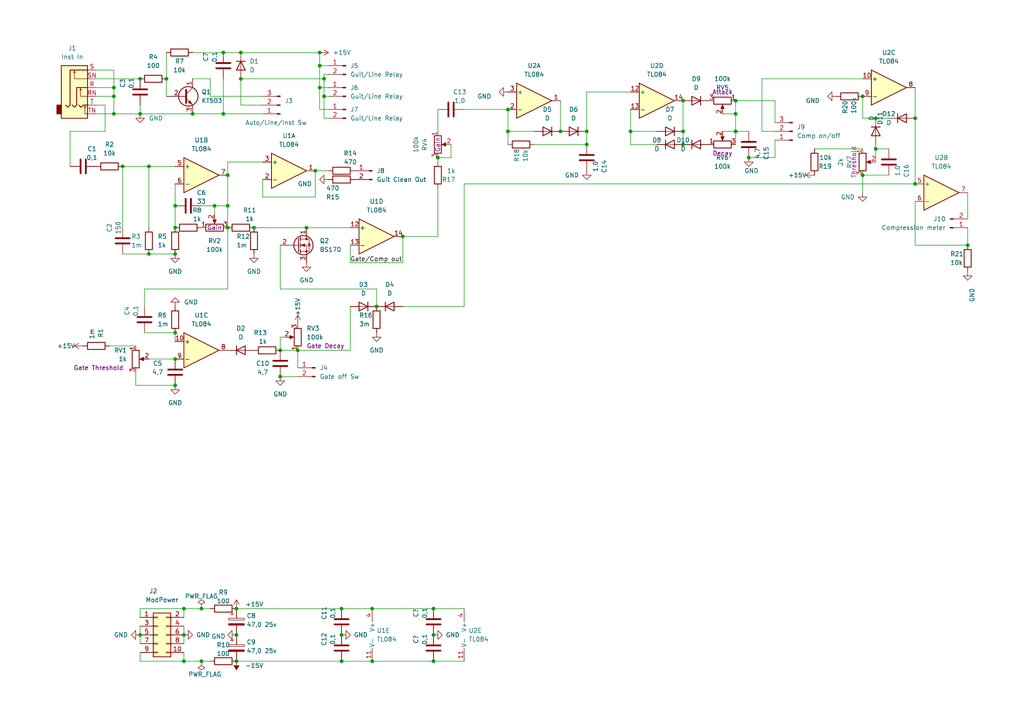
<source format=kicad_sch>
(kicad_sch (version 20211123) (generator eeschema)
  (paper "A4")
  (lib_symbols
    (symbol "Amplifier_Operational:TL084" (pin_names (offset 0.127))
      (property "Reference" "U" (at 0 5.08 0))
      (property "Value" "TL084" (at 0 -5.08 0))
      (symbol "TL084_1_1"
        (polyline (pts (xy -5.08 5.08) (xy 5.08 0) (xy -5.08 -5.08) (xy -5.08 5.08)) (stroke (width 0.254)) (fill (type background)))
        (pin output line (at 7.62 0 180) (length 2.54) (name "~") (number "1"))
        (pin input line (at -7.62 -2.54 0) (length 2.54) (name "-") (number "2"))
        (pin input line (at -7.62 2.54 0) (length 2.54) (name "+") (number "3"))
      )
      (symbol "TL084_2_1"
        (polyline (pts (xy -5.08 5.08) (xy 5.08 0) (xy -5.08 -5.08) (xy -5.08 5.08)) (stroke (width 0.254)) (fill (type background)))
        (pin input line (at -7.62 2.54 0) (length 2.54) (name "+") (number "5"))
        (pin input line (at -7.62 -2.54 0) (length 2.54) (name "-") (number "6"))
        (pin output line (at 7.62 0 180) (length 2.54) (name "~") (number "7"))
      )
      (symbol "TL084_3_1"
        (polyline (pts (xy -5.08 5.08) (xy 5.08 0) (xy -5.08 -5.08) (xy -5.08 5.08)) (stroke (width 0.254)) (fill (type background)))
        (pin input line (at -7.62 2.54 0) (length 2.54) (name "+") (number "10"))
        (pin output line (at 7.62 0 180) (length 2.54) (name "~") (number "8"))
        (pin input line (at -7.62 -2.54 0) (length 2.54) (name "-") (number "9"))
      )
      (symbol "TL084_4_1"
        (polyline (pts (xy -5.08 5.08) (xy 5.08 0) (xy -5.08 -5.08) (xy -5.08 5.08)) (stroke (width 0.254)) (fill (type background)))
        (pin input line (at -7.62 2.54 0) (length 2.54) (name "+") (number "12"))
        (pin input line (at -7.62 -2.54 0) (length 2.54) (name "-") (number "13"))
        (pin output line (at 7.62 0 180) (length 2.54) (name "~") (number "14"))
      )
      (symbol "TL084_5_1"
        (pin power_in line (at -2.54 -7.62 90) (length 3.81) (name "V-") (number "11"))
        (pin power_in line (at -2.54 7.62 270) (length 3.81) (name "V+") (number "4"))
      )
    )
    (symbol "Connector:AudioJack3_Switch"
      (property "Reference" "J" (at 0 11.43 0))
      (property "Value" "AudioJack3_Switch" (at 0 8.89 0))
      (symbol "AudioJack3_Switch_0_1"
        (rectangle (start -5.08 -5.08) (end -6.35 -7.62) (stroke (width 0.254)) (fill (type outline)))
        (polyline (pts (xy -1.27 4.826) (xy -1.016 4.318)))
        (polyline (pts (xy 0.508 -0.254) (xy 0.762 -0.762)))
        (polyline (pts (xy 1.778 -5.334) (xy 2.032 -5.842)))
        (polyline (pts (xy 0 -5.08) (xy 0.635 -5.715) (xy 1.27 -5.08) (xy 2.54 -5.08)) (stroke (width 0.254)))
        (polyline (pts (xy 2.54 -7.62) (xy 1.778 -7.62) (xy 1.778 -5.334) (xy 1.524 -5.842)))
        (polyline (pts (xy 2.54 -2.54) (xy 0.508 -2.54) (xy 0.508 -0.254) (xy 0.254 -0.762)))
        (polyline (pts (xy 2.54 2.54) (xy -1.27 2.54) (xy -1.27 4.826) (xy -1.524 4.318)))
        (polyline (pts (xy -1.905 -5.08) (xy -1.27 -5.715) (xy -0.635 -5.08) (xy -0.635 0) (xy 2.54 0)) (stroke (width 0.254)))
        (polyline (pts (xy 2.54 5.08) (xy -2.54 5.08) (xy -2.54 -5.08) (xy -3.175 -5.715) (xy -3.81 -5.08)) (stroke (width 0.254)))
        (rectangle (start 2.54 6.35) (end -5.08 -8.89) (stroke (width 0.254)) (fill (type background)))
      )
      (symbol "AudioJack3_Switch_1_1"
        (pin passive line (at 5.08 0 180) (length 2.54) (name "~") (number "R"))
        (pin passive line (at 5.08 -2.54 180) (length 2.54) (name "~") (number "RN"))
        (pin passive line (at 5.08 5.08 180) (length 2.54) (name "~") (number "S"))
        (pin passive line (at 5.08 2.54 180) (length 2.54) (name "~") (number "SN"))
        (pin passive line (at 5.08 -5.08 180) (length 2.54) (name "~") (number "T"))
        (pin passive line (at 5.08 -7.62 180) (length 2.54) (name "~") (number "TN"))
      )
    )
    (symbol "Connector:Conn_01x02_Male" (pin_names (offset 1.016) hide)
      (property "Reference" "J" (at 0 2.54 0))
      (property "Value" "Conn_01x02_Male" (at 0 -5.08 0))
      (symbol "Conn_01x02_Male_1_1"
        (polyline (pts (xy 1.27 -2.54) (xy 0.8636 -2.54)) (stroke (width 0.1524)))
        (polyline (pts (xy 1.27 0) (xy 0.8636 0)) (stroke (width 0.1524)))
        (rectangle (start 0.8636 -2.413) (end 0 -2.667) (stroke (width 0.1524)) (fill (type outline)))
        (rectangle (start 0.8636 0.127) (end 0 -0.127) (stroke (width 0.1524)) (fill (type outline)))
        (pin passive line (at 5.08 0 180) (length 3.81) (name "Pin_1") (number "1"))
        (pin passive line (at 5.08 -2.54 180) (length 3.81) (name "Pin_2") (number "2"))
      )
    )
    (symbol "Connector:Conn_01x03_Male" (pin_names (offset 1.016) hide)
      (property "Reference" "J" (at 0 5.08 0))
      (property "Value" "Conn_01x03_Male" (at 0 -5.08 0))
      (symbol "Conn_01x03_Male_1_1"
        (polyline (pts (xy 1.27 -2.54) (xy 0.8636 -2.54)) (stroke (width 0.1524)))
        (polyline (pts (xy 1.27 0) (xy 0.8636 0)) (stroke (width 0.1524)))
        (polyline (pts (xy 1.27 2.54) (xy 0.8636 2.54)) (stroke (width 0.1524)))
        (rectangle (start 0.8636 -2.413) (end 0 -2.667) (stroke (width 0.1524)) (fill (type outline)))
        (rectangle (start 0.8636 0.127) (end 0 -0.127) (stroke (width 0.1524)) (fill (type outline)))
        (rectangle (start 0.8636 2.667) (end 0 2.413) (stroke (width 0.1524)) (fill (type outline)))
        (pin passive line (at 5.08 2.54 180) (length 3.81) (name "Pin_1") (number "1"))
        (pin passive line (at 5.08 0 180) (length 3.81) (name "Pin_2") (number "2"))
        (pin passive line (at 5.08 -2.54 180) (length 3.81) (name "Pin_3") (number "3"))
      )
    )
    (symbol "Connector_Generic:Conn_02x05_Odd_Even" (pin_names (offset 1.016) hide)
      (property "Reference" "J" (at 1.27 7.62 0))
      (property "Value" "Conn_02x05_Odd_Even" (at 1.27 -7.62 0))
      (symbol "Conn_02x05_Odd_Even_1_1"
        (rectangle (start -1.27 -4.953) (end 0 -5.207) (stroke (width 0.1524)))
        (rectangle (start -1.27 -2.413) (end 0 -2.667) (stroke (width 0.1524)))
        (rectangle (start -1.27 0.127) (end 0 -0.127) (stroke (width 0.1524)))
        (rectangle (start -1.27 2.667) (end 0 2.413) (stroke (width 0.1524)))
        (rectangle (start -1.27 5.207) (end 0 4.953) (stroke (width 0.1524)))
        (rectangle (start -1.27 6.35) (end 3.81 -6.35) (stroke (width 0.254)) (fill (type background)))
        (rectangle (start 3.81 -4.953) (end 2.54 -5.207) (stroke (width 0.1524)))
        (rectangle (start 3.81 -2.413) (end 2.54 -2.667) (stroke (width 0.1524)))
        (rectangle (start 3.81 0.127) (end 2.54 -0.127) (stroke (width 0.1524)))
        (rectangle (start 3.81 2.667) (end 2.54 2.413) (stroke (width 0.1524)))
        (rectangle (start 3.81 5.207) (end 2.54 4.953) (stroke (width 0.1524)))
        (pin passive line (at -5.08 5.08 0) (length 3.81) (name "Pin_1") (number "1"))
        (pin passive line (at 7.62 -5.08 180) (length 3.81) (name "Pin_10") (number "10"))
        (pin passive line (at 7.62 5.08 180) (length 3.81) (name "Pin_2") (number "2"))
        (pin passive line (at -5.08 2.54 0) (length 3.81) (name "Pin_3") (number "3"))
        (pin passive line (at 7.62 2.54 180) (length 3.81) (name "Pin_4") (number "4"))
        (pin passive line (at -5.08 0 0) (length 3.81) (name "Pin_5") (number "5"))
        (pin passive line (at 7.62 0 180) (length 3.81) (name "Pin_6") (number "6"))
        (pin passive line (at -5.08 -2.54 0) (length 3.81) (name "Pin_7") (number "7"))
        (pin passive line (at 7.62 -2.54 180) (length 3.81) (name "Pin_8") (number "8"))
        (pin passive line (at -5.08 -5.08 0) (length 3.81) (name "Pin_9") (number "9"))
      )
    )
    (symbol "Device:C" (pin_numbers hide) (pin_names (offset 0.254))
      (property "Reference" "C" (at 0.635 2.54 0))
      (property "Value" "C" (at 0.635 -2.54 0))
      (symbol "C_0_1"
        (polyline (pts (xy -2.032 -0.762) (xy 2.032 -0.762)) (stroke (width 0.508)))
        (polyline (pts (xy -2.032 0.762) (xy 2.032 0.762)) (stroke (width 0.508)))
      )
      (symbol "C_1_1"
        (pin passive line (at 0 3.81 270) (length 2.794) (name "~") (number "1"))
        (pin passive line (at 0 -3.81 90) (length 2.794) (name "~") (number "2"))
      )
    )
    (symbol "Device:C_Polarized" (pin_numbers hide) (pin_names (offset 0.254))
      (property "Reference" "C" (at 0.635 2.54 0))
      (property "Value" "C_Polarized" (at 0.635 -2.54 0))
      (symbol "C_Polarized_0_1"
        (rectangle (start -2.286 0.508) (end 2.286 1.016))
        (polyline (pts (xy -1.778 2.286) (xy -0.762 2.286)))
        (polyline (pts (xy -1.27 2.794) (xy -1.27 1.778)))
        (rectangle (start 2.286 -0.508) (end -2.286 -1.016) (fill (type outline)))
      )
      (symbol "C_Polarized_1_1"
        (pin passive line (at 0 3.81 270) (length 2.794) (name "~") (number "1"))
        (pin passive line (at 0 -3.81 90) (length 2.794) (name "~") (number "2"))
      )
    )
    (symbol "Device:D" (pin_numbers hide) (pin_names (offset 1.016) hide)
      (property "Reference" "D" (at 0 2.54 0))
      (property "Value" "D" (at 0 -2.54 0))
      (symbol "D_0_1"
        (polyline (pts (xy -1.27 1.27) (xy -1.27 -1.27)) (stroke (width 0.254)))
        (polyline (pts (xy 1.27 0) (xy -1.27 0)))
        (polyline (pts (xy 1.27 1.27) (xy 1.27 -1.27) (xy -1.27 0) (xy 1.27 1.27)) (stroke (width 0.254)))
      )
      (symbol "D_1_1"
        (pin passive line (at -3.81 0 0) (length 2.54) (name "K") (number "1"))
        (pin passive line (at 3.81 0 180) (length 2.54) (name "A") (number "2"))
      )
    )
    (symbol "Device:Q_NPN_CBE" (pin_names (offset 0) hide)
      (property "Reference" "Q" (at 5.08 1.27 0))
      (property "Value" "Q_NPN_CBE" (at 5.08 -1.27 0))
      (symbol "Q_NPN_CBE_0_1"
        (polyline (pts (xy 0.635 0.635) (xy 2.54 2.54)))
        (polyline (pts (xy 0.635 -0.635) (xy 2.54 -2.54) (xy 2.54 -2.54)))
        (polyline (pts (xy 0.635 1.905) (xy 0.635 -1.905) (xy 0.635 -1.905)) (stroke (width 0.508)))
        (polyline (pts (xy 1.27 -1.778) (xy 1.778 -1.27) (xy 2.286 -2.286) (xy 1.27 -1.778) (xy 1.27 -1.778)) (fill (type outline)))
        (circle (center 1.27 0) (radius 2.8194) (stroke (width 0.254)))
      )
      (symbol "Q_NPN_CBE_1_1"
        (pin passive line (at 2.54 5.08 270) (length 2.54) (name "C") (number "1"))
        (pin input line (at -5.08 0 0) (length 5.715) (name "B") (number "2"))
        (pin passive line (at 2.54 -5.08 90) (length 2.54) (name "E") (number "3"))
      )
    )
    (symbol "Device:R" (pin_numbers hide) (pin_names (offset 0))
      (property "Reference" "R" (at 2.032 0 90))
      (property "Value" "R" (at 0 0 90))
      (symbol "R_0_1"
        (rectangle (start -1.016 -2.54) (end 1.016 2.54) (stroke (width 0.254)))
      )
      (symbol "R_1_1"
        (pin passive line (at 0 3.81 270) (length 1.27) (name "~") (number "1"))
        (pin passive line (at 0 -3.81 90) (length 1.27) (name "~") (number "2"))
      )
    )
    (symbol "Device:R_Potentiometer" (pin_names (offset 1.016) hide)
      (property "Reference" "RV" (at -4.445 0 90))
      (property "Value" "R_Potentiometer" (at -2.54 0 90))
      (symbol "R_Potentiometer_0_1"
        (polyline (pts (xy 2.54 0) (xy 1.524 0)))
        (polyline (pts (xy 1.143 0) (xy 2.286 0.508) (xy 2.286 -0.508) (xy 1.143 0)) (fill (type outline)))
        (rectangle (start 1.016 2.54) (end -1.016 -2.54) (stroke (width 0.254)))
      )
      (symbol "R_Potentiometer_1_1"
        (pin passive line (at 0 3.81 270) (length 1.27) (name "1") (number "1"))
        (pin passive line (at 3.81 0 180) (length 1.27) (name "2") (number "2"))
        (pin passive line (at 0 -3.81 90) (length 1.27) (name "3") (number "3"))
      )
    )
    (symbol "Transistor_FET:BS170" (pin_names hide)
      (property "Reference" "Q" (at 5.08 1.905 0))
      (property "Value" "BS170" (at 5.08 0 0))
      (symbol "BS170_0_1"
        (polyline (pts (xy 0.254 0) (xy -2.54 0)))
        (polyline (pts (xy 0.254 1.905) (xy 0.254 -1.905)) (stroke (width 0.254)))
        (polyline (pts (xy 0.762 -1.27) (xy 0.762 -2.286)) (stroke (width 0.254)))
        (polyline (pts (xy 0.762 0.508) (xy 0.762 -0.508)) (stroke (width 0.254)))
        (polyline (pts (xy 0.762 2.286) (xy 0.762 1.27)) (stroke (width 0.254)))
        (polyline (pts (xy 2.54 2.54) (xy 2.54 1.778)))
        (polyline (pts (xy 2.54 -2.54) (xy 2.54 0) (xy 0.762 0)))
        (polyline (pts (xy 0.762 -1.778) (xy 3.302 -1.778) (xy 3.302 1.778) (xy 0.762 1.778)))
        (polyline (pts (xy 1.016 0) (xy 2.032 0.381) (xy 2.032 -0.381) (xy 1.016 0)) (fill (type outline)))
        (polyline (pts (xy 2.794 0.508) (xy 2.921 0.381) (xy 3.683 0.381) (xy 3.81 0.254)))
        (polyline (pts (xy 3.302 0.381) (xy 2.921 -0.254) (xy 3.683 -0.254) (xy 3.302 0.381)))
        (circle (center 1.651 0) (radius 2.794) (stroke (width 0.254)))
        (circle (center 2.54 -1.778) (radius 0.254) (fill (type outline)))
        (circle (center 2.54 1.778) (radius 0.254) (fill (type outline)))
      )
      (symbol "BS170_1_1"
        (pin passive line (at 2.54 5.08 270) (length 2.54) (name "D") (number "1"))
        (pin input line (at -5.08 0 0) (length 2.54) (name "G") (number "2"))
        (pin passive line (at 2.54 -5.08 90) (length 2.54) (name "S") (number "3"))
      )
    )
    (symbol "power:+15V" (power) (pin_names (offset 0))
      (property "Value" "+15V" (at 0 3.556 0))
      (symbol "+15V_0_1"
        (polyline (pts (xy -0.762 1.27) (xy 0 2.54)))
        (polyline (pts (xy 0 0) (xy 0 2.54)))
        (polyline (pts (xy 0 2.54) (xy 0.762 1.27)))
      )
      (symbol "+15V_1_1"
        (pin power_in line (at 0 0 90) (length 0) hide (name "+15V") (number "1"))
      )
    )
    (symbol "power:-15V" (power) (pin_names (offset 0))
      (property "Value" "-15V" (at 0 3.81 0))
      (symbol "-15V_0_0"
        (pin power_in line (at 0 0 90) (length 0) hide (name "-15V") (number "1"))
      )
      (symbol "-15V_0_1"
        (polyline (pts (xy 0 0) (xy 0 1.27) (xy 0.762 1.27) (xy 0 2.54) (xy -0.762 1.27) (xy 0 1.27)) (fill (type outline)))
      )
    )
    (symbol "power:GND" (power) (pin_names (offset 0))
      (property "Value" "GND" (at 0 -3.81 0))
      (symbol "GND_0_1"
        (polyline (pts (xy 0 0) (xy 0 -1.27) (xy 1.27 -1.27) (xy 0 -2.54) (xy -1.27 -1.27) (xy 0 -1.27)))
      )
      (symbol "GND_1_1"
        (pin power_in line (at 0 0 270) (length 0) hide (name "GND") (number "1"))
      )
    )
    (symbol "power:PWR_FLAG" (power) (pin_numbers hide) (pin_names (offset 0) hide)
      (property "Value" "PWR_FLAG" (at 0 3.81 0))
      (symbol "PWR_FLAG_0_0"
        (pin power_out line (at 0 0 90) (length 0) (name "pwr") (number "1"))
      )
      (symbol "PWR_FLAG_0_1"
        (polyline (pts (xy 0 0) (xy 0 1.27) (xy -1.016 1.905) (xy 0 2.54) (xy 1.016 1.905) (xy 0 1.27)))
      )
    )
  )
  (junction (at 50.8 73.66))
  (junction (at 43.18 73.66))
  (junction (at 217.17 45.72))
  (junction (at 170.18 38.1))
  (junction (at 125.73 191.77))
  (junction (at 99.06 176.53))
  (junction (at 213.36 33.02))
  (junction (at 86.36 101.6))
  (junction (at 55.88 33.02))
  (junction (at 107.95 191.77))
  (junction (at 81.28 101.6))
  (junction (at 109.22 88.9))
  (junction (at 91.44 49.53))
  (junction (at 93.98 22.86))
  (junction (at 58.42 176.53))
  (junction (at 254 43.18))
  (junction (at 68.58 184.15))
  (junction (at 43.18 48.26))
  (junction (at 170.18 41.91))
  (junction (at 92.71 15.24))
  (junction (at 280.67 71.12))
  (junction (at 53.34 176.53))
  (junction (at 265.43 53.34))
  (junction (at 92.71 19.05))
  (junction (at 62.23 59.69))
  (junction (at 88.9 66.04))
  (junction (at 66.04 66.04))
  (junction (at 254 34.29))
  (junction (at 50.8 104.14))
  (junction (at 73.66 66.04))
  (junction (at 198.12 38.1))
  (junction (at 250.19 50.8))
  (junction (at 53.34 184.15))
  (junction (at 182.88 38.1))
  (junction (at 33.02 33.02))
  (junction (at 116.84 68.58))
  (junction (at 198.12 41.91))
  (junction (at 40.64 22.86))
  (junction (at 48.26 22.86))
  (junction (at 53.34 191.77))
  (junction (at 93.98 27.94))
  (junction (at 265.43 34.29))
  (junction (at 125.73 184.15))
  (junction (at 147.32 38.1))
  (junction (at 50.8 96.52))
  (junction (at 81.28 109.22))
  (junction (at 33.02 25.4))
  (junction (at 127 45.72))
  (junction (at 99.06 191.77))
  (junction (at 198.12 29.21))
  (junction (at 213.36 38.1))
  (junction (at 69.85 15.24))
  (junction (at 35.56 48.26))
  (junction (at 162.56 38.1))
  (junction (at 50.8 111.76))
  (junction (at 92.71 25.4))
  (junction (at 66.04 59.69))
  (junction (at 50.8 59.69))
  (junction (at 147.32 31.75))
  (junction (at 66.04 50.8))
  (junction (at 58.42 191.77))
  (junction (at 213.36 29.21))
  (junction (at 33.02 27.94))
  (junction (at 64.77 15.24))
  (junction (at 99.06 184.15))
  (junction (at 68.58 176.53))
  (junction (at 68.58 191.77))
  (junction (at 40.64 184.15))
  (junction (at 40.64 33.02))
  (junction (at 107.95 176.53))
  (junction (at 69.85 22.86))
  (junction (at 125.73 176.53))
  (junction (at 250.19 27.94))
  (junction (at 64.77 33.02))
  (junction (at 50.8 66.04))
  (wire (pts (xy 40.64 181.61) (xy 40.64 184.15)))
  (wire (pts (xy 198.12 38.1) (xy 198.12 41.91)))
  (wire (pts (xy 213.36 33.02) (xy 213.36 38.1)))
  (wire (pts (xy 280.67 66.04) (xy 280.67 71.12)))
  (wire (pts (xy 81.28 71.12) (xy 81.28 83.82)))
  (wire (pts (xy 220.98 22.86) (xy 250.19 22.86)))
  (wire (pts (xy 209.55 38.1) (xy 213.36 38.1)))
  (wire (pts (xy 134.62 31.75) (xy 147.32 31.75)))
  (wire (pts (xy 109.22 83.82) (xy 109.22 88.9)))
  (wire (pts (xy 127 31.75) (xy 127 38.1)))
  (wire (pts (xy 40.64 176.53) (xy 53.34 176.53)))
  (wire (pts (xy 93.98 27.94) (xy 95.25 27.94)))
  (wire (pts (xy 101.6 71.12) (xy 101.6 76.2)))
  (wire (pts (xy 30.48 30.48) (xy 27.94 30.48)))
  (wire (pts (xy 92.71 31.75) (xy 92.71 25.4)))
  (wire (pts (xy 95.25 21.59) (xy 93.98 21.59)))
  (wire (pts (xy 53.34 176.53) (xy 53.34 179.07)))
  (wire (pts (xy 66.04 83.82) (xy 66.04 66.04)))
  (wire (pts (xy 62.23 59.69) (xy 66.04 59.69)))
  (wire (pts (xy 39.37 111.76) (xy 50.8 111.76)))
  (wire (pts (xy 134.62 88.9) (xy 134.62 53.34)))
  (wire (pts (xy 64.77 22.86) (xy 64.77 33.02)))
  (wire (pts (xy 182.88 38.1) (xy 182.88 31.75)))
  (wire (pts (xy 95.25 31.75) (xy 92.71 31.75)))
  (wire (pts (xy 27.94 22.86) (xy 40.64 22.86)))
  (wire (pts (xy 101.6 76.2) (xy 116.84 76.2)))
  (wire (pts (xy 69.85 30.48) (xy 69.85 22.86)))
  (wire (pts (xy 224.79 45.72) (xy 217.17 45.72)))
  (wire (pts (xy 86.36 106.68) (xy 86.36 101.6)))
  (wire (pts (xy 182.88 26.67) (xy 170.18 26.67)))
  (wire (pts (xy 50.8 96.52) (xy 50.8 99.06)))
  (wire (pts (xy 82.55 97.79) (xy 81.28 97.79)))
  (wire (pts (xy 92.71 25.4) (xy 95.25 25.4)))
  (wire (pts (xy 107.95 176.53) (xy 99.06 176.53)))
  (wire (pts (xy 66.04 59.69) (xy 66.04 66.04)))
  (wire (pts (xy 33.02 33.02) (xy 33.02 27.94)))
  (wire (pts (xy 95.25 34.29) (xy 93.98 34.29)))
  (wire (pts (xy 58.42 176.53) (xy 60.96 176.53)))
  (wire (pts (xy 66.04 50.8) (xy 66.04 59.69)))
  (wire (pts (xy 58.42 59.69) (xy 62.23 59.69)))
  (wire (pts (xy 182.88 41.91) (xy 182.88 38.1)))
  (wire (pts (xy 64.77 15.24) (xy 69.85 15.24)))
  (wire (pts (xy 53.34 181.61) (xy 53.34 184.15)))
  (wire (pts (xy 147.32 31.75) (xy 147.32 38.1)))
  (wire (pts (xy 62.23 59.69) (xy 62.23 62.23)))
  (wire (pts (xy 27.94 20.32) (xy 33.02 20.32)))
  (wire (pts (xy 107.95 191.77) (xy 99.06 191.77)))
  (wire (pts (xy 130.81 41.91) (xy 130.81 45.72)))
  (wire (pts (xy 224.79 40.64) (xy 224.79 45.72)))
  (wire (pts (xy 20.32 38.1) (xy 30.48 38.1)))
  (wire (pts (xy 91.44 57.15) (xy 91.44 49.53)))
  (wire (pts (xy 55.88 33.02) (xy 64.77 33.02)))
  (wire (pts (xy 209.55 33.02) (xy 213.36 33.02)))
  (wire (pts (xy 20.32 48.26) (xy 20.32 38.1)))
  (wire (pts (xy 58.42 191.77) (xy 60.96 191.77)))
  (wire (pts (xy 224.79 29.21) (xy 213.36 29.21)))
  (wire (pts (xy 236.22 43.18) (xy 250.19 43.18)))
  (wire (pts (xy 66.04 46.99) (xy 66.04 50.8)))
  (wire (pts (xy 81.28 109.22) (xy 86.36 109.22)))
  (wire (pts (xy 170.18 26.67) (xy 170.18 38.1)))
  (wire (pts (xy 35.56 66.04) (xy 35.56 48.26)))
  (wire (pts (xy 53.34 191.77) (xy 53.34 189.23)))
  (wire (pts (xy 127 68.58) (xy 116.84 68.58)))
  (wire (pts (xy 55.88 15.24) (xy 64.77 15.24)))
  (wire (pts (xy 86.36 101.6) (xy 81.28 101.6)))
  (wire (pts (xy 280.67 55.88) (xy 280.67 63.5)))
  (wire (pts (xy 265.43 34.29) (xy 265.43 53.34)))
  (wire (pts (xy 213.36 29.21) (xy 213.36 33.02)))
  (wire (pts (xy 31.75 100.33) (xy 39.37 100.33)))
  (wire (pts (xy 50.8 53.34) (xy 50.8 59.69)))
  (wire (pts (xy 265.43 58.42) (xy 265.43 71.12)))
  (wire (pts (xy 254 41.91) (xy 254 43.18)))
  (wire (pts (xy 33.02 27.94) (xy 33.02 25.4)))
  (wire (pts (xy 68.58 176.53) (xy 99.06 176.53)))
  (wire (pts (xy 43.18 48.26) (xy 50.8 48.26)))
  (wire (pts (xy 254 34.29) (xy 250.19 34.29)))
  (wire (pts (xy 76.2 30.48) (xy 69.85 30.48)))
  (wire (pts (xy 40.64 189.23) (xy 40.64 191.77)))
  (wire (pts (xy 265.43 25.4) (xy 265.43 34.29)))
  (wire (pts (xy 254 43.18) (xy 257.81 43.18)))
  (wire (pts (xy 69.85 15.24) (xy 92.71 15.24)))
  (wire (pts (xy 43.18 104.14) (xy 50.8 104.14)))
  (wire (pts (xy 107.95 191.77) (xy 125.73 191.77)))
  (wire (pts (xy 125.73 176.53) (xy 134.62 176.53)))
  (wire (pts (xy 40.64 30.48) (xy 40.64 33.02)))
  (wire (pts (xy 190.5 38.1) (xy 182.88 38.1)))
  (wire (pts (xy 40.64 33.02) (xy 55.88 33.02)))
  (wire (pts (xy 30.48 38.1) (xy 30.48 30.48)))
  (wire (pts (xy 50.8 59.69) (xy 50.8 66.04)))
  (wire (pts (xy 64.77 33.02) (xy 76.2 33.02)))
  (wire (pts (xy 76.2 52.07) (xy 76.2 57.15)))
  (wire (pts (xy 147.32 38.1) (xy 154.94 38.1)))
  (wire (pts (xy 127 54.61) (xy 127 68.58)))
  (wire (pts (xy 48.26 15.24) (xy 48.26 22.86)))
  (wire (pts (xy 76.2 27.94) (xy 60.96 27.94)))
  (wire (pts (xy 250.19 34.29) (xy 250.19 27.94)))
  (wire (pts (xy 162.56 29.21) (xy 162.56 38.1)))
  (wire (pts (xy 125.73 191.77) (xy 134.62 191.77)))
  (wire (pts (xy 101.6 101.6) (xy 86.36 101.6)))
  (wire (pts (xy 60.96 22.86) (xy 55.88 22.86)))
  (wire (pts (xy 40.64 179.07) (xy 40.64 176.53)))
  (wire (pts (xy 88.9 66.04) (xy 101.6 66.04)))
  (wire (pts (xy 35.56 73.66) (xy 43.18 73.66)))
  (wire (pts (xy 91.44 49.53) (xy 95.25 49.53)))
  (wire (pts (xy 33.02 25.4) (xy 33.02 20.32)))
  (wire (pts (xy 73.66 66.04) (xy 88.9 66.04)))
  (wire (pts (xy 170.18 41.91) (xy 170.18 38.1)))
  (wire (pts (xy 39.37 107.95) (xy 39.37 111.76)))
  (wire (pts (xy 127 45.72) (xy 127 46.99)))
  (wire (pts (xy 254 43.18) (xy 254 46.99)))
  (wire (pts (xy 154.94 41.91) (xy 170.18 41.91)))
  (wire (pts (xy 43.18 66.04) (xy 43.18 48.26)))
  (wire (pts (xy 250.19 50.8) (xy 257.81 50.8)))
  (wire (pts (xy 76.2 57.15) (xy 91.44 57.15)))
  (wire (pts (xy 213.36 38.1) (xy 217.17 38.1)))
  (wire (pts (xy 53.34 191.77) (xy 58.42 191.77)))
  (wire (pts (xy 40.64 33.02) (xy 33.02 33.02)))
  (wire (pts (xy 198.12 29.21) (xy 198.12 38.1)))
  (wire (pts (xy 101.6 88.9) (xy 101.6 101.6)))
  (wire (pts (xy 27.94 25.4) (xy 33.02 25.4)))
  (wire (pts (xy 76.2 46.99) (xy 66.04 46.99)))
  (wire (pts (xy 147.32 38.1) (xy 147.32 41.91)))
  (wire (pts (xy 40.64 191.77) (xy 53.34 191.77)))
  (wire (pts (xy 60.96 27.94) (xy 60.96 22.86)))
  (wire (pts (xy 41.91 88.9) (xy 41.91 83.82)))
  (wire (pts (xy 68.58 191.77) (xy 99.06 191.77)))
  (wire (pts (xy 41.91 83.82) (xy 66.04 83.82)))
  (wire (pts (xy 40.64 184.15) (xy 40.64 186.69)))
  (wire (pts (xy 27.94 33.02) (xy 33.02 33.02)))
  (wire (pts (xy 93.98 22.86) (xy 93.98 27.94)))
  (wire (pts (xy 53.34 176.53) (xy 58.42 176.53)))
  (wire (pts (xy 92.71 15.24) (xy 92.71 19.05)))
  (wire (pts (xy 35.56 48.26) (xy 43.18 48.26)))
  (wire (pts (xy 220.98 38.1) (xy 220.98 22.86)))
  (wire (pts (xy 93.98 21.59) (xy 93.98 22.86)))
  (wire (pts (xy 41.91 96.52) (xy 50.8 96.52)))
  (wire (pts (xy 81.28 83.82) (xy 109.22 83.82)))
  (wire (pts (xy 93.98 34.29) (xy 93.98 27.94)))
  (wire (pts (xy 69.85 22.86) (xy 93.98 22.86)))
  (wire (pts (xy 116.84 88.9) (xy 134.62 88.9)))
  (wire (pts (xy 130.81 45.72) (xy 127 45.72)))
  (wire (pts (xy 53.34 184.15) (xy 53.34 186.69)))
  (wire (pts (xy 224.79 35.56) (xy 224.79 29.21)))
  (wire (pts (xy 48.26 22.86) (xy 48.26 27.94)))
  (wire (pts (xy 190.5 41.91) (xy 182.88 41.91)))
  (wire (pts (xy 95.25 19.05) (xy 92.71 19.05)))
  (wire (pts (xy 107.95 176.53) (xy 125.73 176.53)))
  (wire (pts (xy 27.94 27.94) (xy 33.02 27.94)))
  (wire (pts (xy 265.43 71.12) (xy 280.67 71.12)))
  (wire (pts (xy 213.36 38.1) (xy 213.36 41.91)))
  (wire (pts (xy 92.71 19.05) (xy 92.71 25.4)))
  (wire (pts (xy 250.19 50.8) (xy 250.19 55.88)))
  (wire (pts (xy 257.81 34.29) (xy 254 34.29)))
  (wire (pts (xy 81.28 97.79) (xy 81.28 101.6)))
  (wire (pts (xy 116.84 76.2) (xy 116.84 68.58)))
  (wire (pts (xy 134.62 53.34) (xy 265.43 53.34)))
  (wire (pts (xy 224.79 38.1) (xy 220.98 38.1)))
  (wire (pts (xy 43.18 73.66) (xy 50.8 73.66)))
  (label "Gate{slash}Comp out" (at 101.6 76.2 0))
  (symbol (lib_id "Device:C_Polarized") (at 68.58 180.34 0) (unit 1)
    (property "Reference" "C8" (at 71.501 178.6163 0) (effects (justify left)))
    (property "Value" "47,0 25v" (at 71.501 181.1532 0) (effects (justify left)))
    (property "Footprint" "Capacitor_THT:CP_Radial_D5.0mm_P2.50mm" (effects hide))
  )
  (symbol (lib_id "Device:C") (at 99.06 180.34 180) (unit 1)
    (property "Reference" "C11" (at 93.98 177.8 90))
    (property "Value" "0,1" (at 96.52 177.8 90))
  )
  (symbol (lib_id "Device:R") (at 50.8 92.71 0) (unit 1)
    (property "Reference" "R6" (at 45.72 91.44 0) (effects (justify left)))
    (property "Value" "1m" (at 45.72 93.98 0) (effects (justify left)))
  )
  (symbol (lib_id "power:GND") (at 170.18 49.53 0) (unit 1)
    (property "Reference" "#PWR020" (effects hide))
    (property "Value" "GND" (at 163.83 50.8 0) (effects (justify left)))
  )
  (symbol (lib_id "Amplifier_Operational:TL084") (at 154.94 29.21 0) (unit 1)
    (property "Reference" "U2" (at 154.94 19.05 0))
    (property "Value" "TL084" (at 154.94 21.59 0))
    (property "Datasheet" "http://www.ti.com/lit/ds/symlink/tl081.pdf" (effects hide))
  )
  (symbol (lib_id "Device:C") (at 64.77 19.05 180) (unit 1)
    (property "Reference" "C7" (at 59.69 16.51 90))
    (property "Value" "0,1" (at 62.23 16.51 90))
  )
  (symbol (lib_id "Device:C") (at 24.13 48.26 90) (unit 1)
    (property "Reference" "C1" (at 26.67 43.18 90))
    (property "Value" "0,1" (at 26.67 45.72 90))
  )
  (symbol (lib_id "power:GND") (at 88.9 76.2 0) (unit 1)
    (property "Reference" "#PWR014" (effects hide))
    (property "Value" "GND" (at 88.9 81.28 0))
  )
  (symbol (lib_id "power:+15V") (at 92.71 15.24 270) (unit 1)
    (property "Reference" "#PWR015" (effects hide))
    (property "Value" "+15V" (at 96.52 15.2399 90) (effects (justify left)))
  )
  (symbol (lib_id "Connector:Conn_01x02_Male") (at 107.95 49.53 0) (mirror y) (unit 1)
    (property "Reference" "J8" (at 109.22 49.5299 0) (effects (justify right)))
    (property "Value" "Guit Clean Out" (at 109.22 52.0699 0) (effects (justify right)))
  )
  (symbol (lib_id "Device:R") (at 73.66 69.85 0) (unit 1)
    (property "Reference" "R12" (at 68.58 68.58 0) (effects (justify left)))
    (property "Value" "1m" (at 68.58 71.12 0) (effects (justify left)))
  )
  (symbol (lib_id "Device:R_Potentiometer") (at 127 41.91 0) (unit 1)
    (property "Reference" "RV4" (at 123.19 41.91 90))
    (property "Value" "100k" (at 120.65 41.91 90))
    (property "Label" "Gain" (at 127 41.91 90))
  )
  (symbol (lib_id "Device:C") (at 257.81 46.99 0) (unit 1)
    (property "Reference" "C16" (at 262.89 49.53 90))
    (property "Value" "1,0" (at 260.35 49.53 90))
  )
  (symbol (lib_id "power:+15V") (at 68.58 176.53 0) (unit 1)
    (property "Reference" "#PWR08" (effects hide))
    (property "Value" "+15V" (at 71.12 175.2599 0) (effects (justify left)))
  )
  (symbol (lib_id "power:GND") (at 68.58 184.15 270) (unit 1)
    (property "Reference" "#PWR09" (effects hide))
    (property "Value" "GND" (at 65.4051 184.5838 90) (effects (justify right)))
  )
  (symbol (lib_id "Device:D") (at 261.62 34.29 0) (unit 1)
    (property "Reference" "D12" (at 257.81 33.02 0))
    (property "Value" "D" (at 257.81 35.56 0))
  )
  (symbol (lib_id "Device:C") (at 130.81 31.75 90) (unit 1)
    (property "Reference" "C13" (at 133.35 26.67 90))
    (property "Value" "1,0" (at 133.35 29.21 90))
  )
  (symbol (lib_id "power:PWR_FLAG") (at 58.42 176.53 0) (unit 1)
    (property "Reference" "#FLG01" (effects hide))
    (property "Value" "PWR_FLAG" (at 58.42 172.9542 0))
  )
  (symbol (lib_id "Device:R_Potentiometer") (at 62.23 66.04 90) (unit 1)
    (property "Reference" "RV2" (at 62.23 69.85 90))
    (property "Value" "100k" (at 62.23 72.39 90))
    (property "Label" "Gain" (at 62.23 66.04 90))
  )
  (symbol (lib_id "Amplifier_Operational:TL084") (at 257.81 25.4 0) (unit 3)
    (property "Reference" "U2" (at 257.81 15.24 0))
    (property "Value" "TL084" (at 257.81 17.78 0))
    (property "Datasheet" "http://www.ti.com/lit/ds/symlink/tl081.pdf" (effects hide))
  )
  (symbol (lib_id "Amplifier_Operational:TL084") (at 58.42 101.6 0) (unit 3)
    (property "Reference" "U1" (at 58.42 91.44 0))
    (property "Value" "TL084" (at 58.42 93.98 0))
    (property "Datasheet" "http://www.ti.com/lit/ds/symlink/tl081.pdf" (effects hide))
  )
  (symbol (lib_id "Amplifier_Operational:TL084") (at 273.05 55.88 0) (unit 2)
    (property "Reference" "U2" (at 273.05 45.72 0))
    (property "Value" "TL084" (at 273.05 48.26 0))
    (property "Datasheet" "http://www.ti.com/lit/ds/symlink/tl081.pdf" (effects hide))
  )
  (symbol (lib_id "Connector:AudioJack3_Switch") (at 22.86 25.4 0) (unit 1)
    (property "Reference" "J1" (at 20.955 13.97 0))
    (property "Value" "Inst In" (at 20.955 16.51 0))
    (property "Footprint" "Connector_Audio:Jack_6.35mm_Neutrik_NMJ6HCD2_Horizontal" (effects hide))
  )
  (symbol (lib_id "Device:C") (at 125.73 187.96 180) (unit 1)
    (property "Reference" "C?" (at 120.65 185.42 90))
    (property "Value" "0,1" (at 123.19 185.42 90))
  )
  (symbol (lib_id "power:GND") (at 53.34 184.15 90) (unit 1)
    (property "Reference" "#PWR07" (effects hide))
    (property "Value" "GND" (at 60.96 184.15 90) (effects (justify left)))
  )
  (symbol (lib_id "Amplifier_Operational:TL084") (at 109.22 68.58 0) (unit 4)
    (property "Reference" "U1" (at 109.22 58.42 0))
    (property "Value" "TL084" (at 109.22 60.96 0))
    (property "Datasheet" "http://www.ti.com/lit/ds/symlink/tl081.pdf" (effects hide))
  )
  (symbol (lib_id "Device:R") (at 54.61 66.04 90) (unit 1)
    (property "Reference" "R8" (at 57.15 60.96 90))
    (property "Value" "1k" (at 57.15 63.5 90))
  )
  (symbol (lib_id "Device:R") (at 69.85 66.04 90) (unit 1)
    (property "Reference" "R11" (at 72.39 60.96 90))
    (property "Value" "1k" (at 72.39 63.5 90))
  )
  (symbol (lib_id "Device:R") (at 50.8 69.85 0) (unit 1)
    (property "Reference" "R5" (at 45.72 68.58 0) (effects (justify left)))
    (property "Value" "1k" (at 45.72 71.12 0) (effects (justify left)))
  )
  (symbol (lib_id "Device:R_Potentiometer") (at 250.19 46.99 0) (unit 1)
    (property "Reference" "RV7" (at 246.38 46.99 90))
    (property "Value" "2k" (at 243.84 46.99 90))
    (property "Label" "Threshold" (at 247.65 46.99 90))
  )
  (symbol (lib_id "Device:C_Polarized") (at 68.58 187.96 0) (unit 1)
    (property "Reference" "C9" (at 71.501 186.2363 0) (effects (justify left)))
    (property "Value" "47,0 25v" (at 71.501 188.7732 0) (effects (justify left)))
    (property "Footprint" "Capacitor_THT:CP_Radial_D5.0mm_P2.50mm" (effects hide))
  )
  (symbol (lib_id "Device:R_Potentiometer") (at 209.55 41.91 90) (unit 1)
    (property "Reference" "RV6" (at 209.55 45.72 90))
    (property "Value" "100k" (at 209.55 48.26 90))
    (property "Label" "Decay" (at 209.55 44.45 90))
  )
  (symbol (lib_id "power:+15V") (at 86.36 93.98 0) (unit 1)
    (property "Reference" "#PWR013" (effects hide))
    (property "Value" "+15V" (at 86.36 86.36 90) (effects (justify right)))
  )
  (symbol (lib_id "power:GND") (at 125.73 184.15 90) (unit 1)
    (property "Reference" "#PWR?" (effects hide))
    (property "Value" "GND" (at 133.35 184.15 90) (effects (justify left)))
  )
  (symbol (lib_id "Device:D") (at 158.75 38.1 180) (unit 1)
    (property "Reference" "D5" (at 158.75 31.75 0))
    (property "Value" "D" (at 158.75 34.29 0))
  )
  (symbol (lib_id "Device:R") (at 246.38 27.94 90) (unit 1)
    (property "Reference" "R20" (at 245.11 33.02 0) (effects (justify left)))
    (property "Value" "100k" (at 247.65 33.02 0) (effects (justify left)))
  )
  (symbol (lib_id "power:GND") (at 50.8 73.66 0) (unit 1)
    (property "Reference" "#PWR04" (effects hide))
    (property "Value" "GND" (at 50.8 78.74 0))
  )
  (symbol (lib_id "Connector:Conn_01x02_Male") (at 100.33 31.75 0) (mirror y) (unit 1)
    (property "Reference" "J7" (at 101.6 31.7499 0) (effects (justify right)))
    (property "Value" "Guit/Line Relay" (at 101.6 34.2899 0) (effects (justify right)))
  )
  (symbol (lib_id "power:GND") (at 95.25 52.07 270) (unit 1)
    (property "Reference" "#PWR016" (effects hide))
    (property "Value" "GND" (at 86.36 53.34 90) (effects (justify left)))
  )
  (symbol (lib_id "Device:D") (at 201.93 41.91 0) (unit 1)
    (property "Reference" "D10" (at 198.12 40.64 0))
    (property "Value" "D" (at 198.12 43.18 0))
  )
  (symbol (lib_id "Connector:Conn_01x02_Male") (at 100.33 25.4 0) (mirror y) (unit 1)
    (property "Reference" "J6" (at 101.6 25.3999 0) (effects (justify right)))
    (property "Value" "Guit/Line Relay" (at 101.6 27.9399 0) (effects (justify right)))
  )
  (symbol (lib_id "power:GND") (at 50.8 88.9 180) (unit 1)
    (property "Reference" "#PWR05" (effects hide))
    (property "Value" "GND" (at 53.34 87.6299 0) (effects (justify right)))
  )
  (symbol (lib_id "Device:Q_NPN_CBE") (at 53.34 27.94 0) (unit 1)
    (property "Reference" "Q1" (at 58.42 26.6699 0) (effects (justify left)))
    (property "Value" "KT503" (at 58.42 29.2099 0) (effects (justify left)))
  )
  (symbol (lib_id "Device:C") (at 35.56 69.85 180) (unit 1)
    (property "Reference" "C2" (at 31.75 66.04 90))
    (property "Value" "150" (at 34.29 66.04 90))
  )
  (symbol (lib_id "Connector:Conn_01x02_Male") (at 100.33 19.05 0) (mirror y) (unit 1)
    (property "Reference" "J5" (at 101.6 19.0499 0) (effects (justify right)))
    (property "Value" "Guit/Line Relay" (at 101.6 21.5899 0) (effects (justify right)))
  )
  (symbol (lib_id "Device:R_Potentiometer") (at 39.37 104.14 0) (unit 1)
    (property "Reference" "RV1" (at 36.83 101.5999 0) (effects (justify right)))
    (property "Value" "1k" (at 36.83 104.1399 0) (effects (justify right)))
    (property "Label" "Gate Threshold " (at 36.83 106.6799 0) (effects (justify right)))
  )
  (symbol (lib_id "Device:C") (at 54.61 59.69 90) (unit 1)
    (property "Reference" "C6" (at 58.42 55.88 90))
    (property "Value" "33" (at 58.42 58.42 90))
  )
  (symbol (lib_id "Amplifier_Operational:TL084") (at 190.5 29.21 0) (unit 4)
    (property "Reference" "U2" (at 190.5 19.05 0))
    (property "Value" "TL084" (at 190.5 21.59 0))
    (property "Datasheet" "http://www.ti.com/lit/ds/symlink/tl081.pdf" (effects hide))
  )
  (symbol (lib_id "Connector:Conn_01x02_Male") (at 91.44 106.68 0) (mirror y) (unit 1)
    (property "Reference" "J4" (at 92.71 106.6799 0) (effects (justify right)))
    (property "Value" "Gate off Sw" (at 92.71 109.2199 0) (effects (justify right)))
  )
  (symbol (lib_id "Device:R") (at 52.07 15.24 90) (unit 1)
    (property "Reference" "R7" (at 52.07 17.78 90))
    (property "Value" "10k" (at 52.07 20.32 90))
  )
  (symbol (lib_id "Device:C") (at 81.28 105.41 180) (unit 1)
    (property "Reference" "C10" (at 76.2 105.41 0))
    (property "Value" "4,7" (at 76.2 107.95 0))
  )
  (symbol (lib_id "power:GND") (at 109.22 96.52 0) (unit 1)
    (property "Reference" "#PWR018" (effects hide))
    (property "Value" "GND" (at 109.22 101.6 0))
  )
  (symbol (lib_id "Device:R_Potentiometer") (at 209.55 29.21 270) (unit 1)
    (property "Reference" "RV5" (at 209.55 25.4 90))
    (property "Value" "100k" (at 209.55 22.86 90))
    (property "Label" "Attack" (at 209.55 26.67 90))
  )
  (symbol (lib_id "Device:R") (at 236.22 46.99 180) (unit 1)
    (property "Reference" "R19" (at 241.3 48.26 0) (effects (justify left)))
    (property "Value" "10k" (at 241.3 45.72 0) (effects (justify left)))
  )
  (symbol (lib_id "Device:R") (at 44.45 22.86 90) (unit 1)
    (property "Reference" "R4" (at 44.45 16.51 90))
    (property "Value" "100" (at 44.45 19.05 90))
  )
  (symbol (lib_id "Connector_Generic:Conn_02x05_Odd_Even") (at 45.72 184.15 0) (unit 1)
    (property "Reference" "J2" (at 44.45 171.45 0))
    (property "Value" "ModPower" (at 46.99 173.99 0))
    (property "Footprint" "Connector_PinHeader_2.54mm:PinHeader_2x05_P2.54mm_Vertical" (effects hide))
  )
  (symbol (lib_id "Device:C") (at 99.06 187.96 180) (unit 1)
    (property "Reference" "C12" (at 93.98 185.42 90))
    (property "Value" "0,1" (at 96.52 185.42 90))
  )
  (symbol (lib_id "power:GND") (at 147.32 26.67 270) (unit 1)
    (property "Reference" "#PWR019" (effects hide))
    (property "Value" "GND" (at 138.43 27.94 90) (effects (justify left)))
  )
  (symbol (lib_id "Device:R") (at 43.18 69.85 0) (unit 1)
    (property "Reference" "R3" (at 38.1 68.58 0) (effects (justify left)))
    (property "Value" "1m" (at 38.1 71.12 0) (effects (justify left)))
  )
  (symbol (lib_id "Device:C") (at 125.73 180.34 180) (unit 1)
    (property "Reference" "C?" (at 120.65 177.8 90))
    (property "Value" "0,1" (at 123.19 177.8 90))
  )
  (symbol (lib_id "Device:R") (at 151.13 41.91 90) (unit 1)
    (property "Reference" "R18" (at 149.86 46.99 0) (effects (justify left)))
    (property "Value" "10k" (at 152.4 46.99 0) (effects (justify left)))
  )
  (symbol (lib_id "power:GND") (at 250.19 55.88 0) (unit 1)
    (property "Reference" "#PWR024" (effects hide))
    (property "Value" "GND" (at 243.84 57.15 0) (effects (justify left)))
  )
  (symbol (lib_id "Device:R_Potentiometer") (at 86.36 97.79 180) (unit 1)
    (property "Reference" "RV3" (at 88.9 95.2499 0) (effects (justify right)))
    (property "Value" "100k" (at 88.9 97.7899 0) (effects (justify right)))
    (property "Label" "Gate Decay" (at 88.9 100.3299 0) (effects (justify right)))
  )
  (symbol (lib_id "Device:R") (at 99.06 49.53 90) (unit 1)
    (property "Reference" "R14" (at 101.6 44.45 90))
    (property "Value" "470" (at 101.6 46.99 90))
  )
  (symbol (lib_id "Device:D") (at 194.31 41.91 0) (unit 1)
    (property "Reference" "D8" (at 190.5 40.64 0))
    (property "Value" "D" (at 190.5 43.18 0))
  )
  (symbol (lib_id "Device:R") (at 99.06 52.07 270) (unit 1)
    (property "Reference" "R15" (at 96.52 57.15 90))
    (property "Value" "470" (at 96.52 54.61 90))
  )
  (symbol (lib_id "Device:C") (at 50.8 107.95 180) (unit 1)
    (property "Reference" "C5" (at 45.72 105.41 0))
    (property "Value" "4,7" (at 45.72 107.95 0))
  )
  (symbol (lib_id "power:+15V") (at 24.13 100.33 90) (unit 1)
    (property "Reference" "#PWR01" (effects hide))
    (property "Value" "+15V" (at 16.51 100.33 90) (effects (justify right)))
  )
  (symbol (lib_id "Device:R") (at 31.75 48.26 90) (unit 1)
    (property "Reference" "R2" (at 31.75 41.91 90))
    (property "Value" "10k" (at 31.75 44.45 90))
  )
  (symbol (lib_id "power:GND") (at 217.17 45.72 0) (unit 1)
    (property "Reference" "#PWR021" (effects hide))
    (property "Value" "GND" (at 215.9 49.53 0) (effects (justify left)))
  )
  (symbol (lib_id "power:-15V") (at 68.58 191.77 180) (unit 1)
    (property "Reference" "#PWR010" (effects hide))
    (property "Value" "-15V" (at 71.12 193.0399 0) (effects (justify right)))
  )
  (symbol (lib_id "Device:D") (at 69.85 19.05 270) (unit 1)
    (property "Reference" "D1" (at 72.39 17.7799 90) (effects (justify left)))
    (property "Value" "D" (at 72.39 20.3199 90) (effects (justify left)))
  )
  (symbol (lib_id "Amplifier_Operational:TL084") (at 110.49 184.15 0) (unit 5)
    (property "Reference" "U1" (at 109.22 182.8799 0) (effects (justify left)))
    (property "Value" "TL084" (at 109.22 185.4199 0) (effects (justify left)))
    (property "Datasheet" "http://www.ti.com/lit/ds/symlink/tl081.pdf" (effects hide))
  )
  (symbol (lib_id "Amplifier_Operational:TL084") (at 58.42 50.8 0) (unit 2)
    (property "Reference" "U1" (at 58.42 40.64 0))
    (property "Value" "TL084" (at 58.42 43.18 0))
    (property "Datasheet" "http://www.ti.com/lit/ds/symlink/tl081.pdf" (effects hide))
  )
  (symbol (lib_id "Device:C") (at 40.64 26.67 180) (unit 1)
    (property "Reference" "C3" (at 35.56 24.13 90))
    (property "Value" "0,1" (at 38.1 24.13 90))
  )
  (symbol (lib_id "Device:R") (at 280.67 74.93 0) (unit 1)
    (property "Reference" "R21" (at 275.59 73.66 0) (effects (justify left)))
    (property "Value" "10k" (at 275.59 76.2 0) (effects (justify left)))
  )
  (symbol (lib_id "Device:R") (at 109.22 92.71 0) (unit 1)
    (property "Reference" "R16" (at 104.14 91.44 0) (effects (justify left)))
    (property "Value" "3m" (at 104.14 93.98 0) (effects (justify left)))
  )
  (symbol (lib_id "Device:R") (at 127 50.8 180) (unit 1)
    (property "Reference" "R17" (at 132.08 52.07 0) (effects (justify left)))
    (property "Value" "1k" (at 132.08 49.53 0) (effects (justify left)))
  )
  (symbol (lib_id "Device:D") (at 113.03 88.9 0) (unit 1)
    (property "Reference" "D4" (at 113.03 82.55 0))
    (property "Value" "D" (at 113.03 85.09 0))
  )
  (symbol (lib_id "Device:D") (at 166.37 38.1 180) (unit 1)
    (property "Reference" "D6" (at 166.37 31.75 0))
    (property "Value" "D" (at 166.37 34.29 0))
  )
  (symbol (lib_id "Connector:Conn_01x03_Male") (at 81.28 30.48 180) (unit 1)
    (property "Reference" "J3" (at 82.55 29.2099 0) (effects (justify right)))
    (property "Value" "Auto/Line/Inst Sw" (at 71.12 35.56 0) (effects (justify right)))
  )
  (symbol (lib_id "Device:D") (at 69.85 101.6 0) (unit 1)
    (property "Reference" "D2" (at 69.85 95.25 0))
    (property "Value" "D" (at 69.85 97.79 0))
  )
  (symbol (lib_id "power:GND") (at 81.28 109.22 0) (unit 1)
    (property "Reference" "#PWR012" (effects hide))
    (property "Value" "GND" (at 81.28 114.3 0))
  )
  (symbol (lib_id "power:GND") (at 50.8 111.76 0) (unit 1)
    (property "Reference" "#PWR06" (effects hide))
    (property "Value" "GND" (at 50.8 116.84 0))
  )
  (symbol (lib_id "Connector:Conn_01x02_Male") (at 275.59 66.04 0) (mirror x) (unit 1)
    (property "Reference" "J10" (at 274.32 63.4999 0) (effects (justify right)))
    (property "Value" "Compression meter" (at 274.32 66.0399 0) (effects (justify right)))
  )
  (symbol (lib_id "Device:R") (at 64.77 191.77 90) (unit 1)
    (property "Reference" "R10" (at 64.77 187.0542 90))
    (property "Value" "100" (at 64.77 189.5911 90))
    (property "Footprint" "Resistor_SMD:R_1206_3216Metric_Pad1.30x1.75mm_HandSolder" (effects hide))
  )
  (symbol (lib_id "power:GND") (at 280.67 78.74 0) (unit 1)
    (property "Reference" "#PWR025" (effects hide))
    (property "Value" "GND" (at 281.94 87.63 90) (effects (justify left)))
  )
  (symbol (lib_id "power:PWR_FLAG") (at 58.42 191.77 180) (unit 1)
    (property "Reference" "#FLG02" (effects hide))
    (property "Value" "PWR_FLAG" (at 54.61 195.58 0) (effects (justify right)))
  )
  (symbol (lib_id "Amplifier_Operational:TL084") (at 83.82 49.53 0) (unit 1)
    (property "Reference" "U1" (at 83.82 39.37 0))
    (property "Value" "TL084" (at 83.82 41.91 0))
    (property "Datasheet" "http://www.ti.com/lit/ds/symlink/tl081.pdf" (effects hide))
  )
  (symbol (lib_id "Device:C") (at 170.18 45.72 0) (unit 1)
    (property "Reference" "C14" (at 175.26 48.26 90))
    (property "Value" "1,0" (at 172.72 48.26 90))
  )
  (symbol (lib_id "Device:R") (at 64.77 176.53 90) (unit 1)
    (property "Reference" "R9" (at 64.77 171.8142 90))
    (property "Value" "100" (at 64.77 174.3511 90))
    (property "Footprint" "Resistor_SMD:R_1206_3216Metric_Pad1.30x1.75mm_HandSolder" (effects hide))
  )
  (symbol (lib_id "Device:R") (at 27.94 100.33 270) (unit 1)
    (property "Reference" "R1" (at 29.21 95.25 0) (effects (justify left)))
    (property "Value" "1m" (at 26.67 95.25 0) (effects (justify left)))
  )
  (symbol (lib_id "power:GND") (at 99.06 184.15 90) (unit 1)
    (property "Reference" "#PWR017" (effects hide))
    (property "Value" "GND" (at 106.68 184.15 90) (effects (justify left)))
  )
  (symbol (lib_id "power:GND") (at 40.64 33.02 0) (unit 1)
    (property "Reference" "#PWR02" (effects hide))
    (property "Value" "GND" (at 43.18 34.2899 0) (effects (justify left)))
  )
  (symbol (lib_id "Amplifier_Operational:TL084") (at 137.16 184.15 0) (unit 5)
    (property "Reference" "U2" (at 135.89 182.8799 0) (effects (justify left)))
    (property "Value" "TL084" (at 135.89 185.4199 0) (effects (justify left)))
    (property "Datasheet" "http://www.ti.com/lit/ds/symlink/tl081.pdf" (effects hide))
  )
  (symbol (lib_id "power:GND") (at 73.66 73.66 0) (unit 1)
    (property "Reference" "#PWR011" (effects hide))
    (property "Value" "GND" (at 73.66 78.74 0))
  )
  (symbol (lib_id "Device:C") (at 41.91 92.71 180) (unit 1)
    (property "Reference" "C4" (at 36.83 90.17 90))
    (property "Value" "0,1" (at 39.37 90.17 90))
  )
  (symbol (lib_id "Connector:Conn_01x03_Male") (at 229.87 38.1 180) (unit 1)
    (property "Reference" "J9" (at 231.14 36.8299 0) (effects (justify right)))
    (property "Value" "Comp on/off" (at 231.14 39.3699 0) (effects (justify right)))
  )
  (symbol (lib_id "Device:C") (at 217.17 41.91 0) (unit 1)
    (property "Reference" "C15" (at 222.25 44.45 90))
    (property "Value" "4,7" (at 219.71 44.45 90))
  )
  (symbol (lib_id "power:GND") (at 242.57 27.94 270) (unit 1)
    (property "Reference" "#PWR023" (effects hide))
    (property "Value" "GND" (at 233.68 29.21 90) (effects (justify left)))
  )
  (symbol (lib_id "Device:D") (at 254 38.1 270) (unit 1)
    (property "Reference" "D11" (at 255.27 34.29 0))
    (property "Value" "D" (at 252.73 34.29 0))
  )
  (symbol (lib_id "Transistor_FET:BS170") (at 86.36 71.12 0) (unit 1)
    (property "Reference" "Q2" (at 92.71 69.8499 0) (effects (justify left)))
    (property "Value" "BS170" (at 92.71 72.3899 0) (effects (justify left)))
    (property "Footprint" "Package_TO_SOT_THT:TO-92_Inline" (effects hide))
    (property "Datasheet" "https://www.onsemi.com/pub/Collateral/BS170-D.PDF" (effects hide))
  )
  (symbol (lib_id "Device:D") (at 201.93 29.21 180) (unit 1)
    (property "Reference" "D9" (at 201.93 22.86 0))
    (property "Value" "D" (at 201.93 25.4 0))
  )
  (symbol (lib_id "Device:D") (at 194.31 38.1 180) (unit 1)
    (property "Reference" "D7" (at 194.31 31.75 0))
    (property "Value" "D" (at 194.31 34.29 0))
  )
  (symbol (lib_id "Device:R") (at 77.47 101.6 90) (unit 1)
    (property "Reference" "R13" (at 77.47 96.52 90) (effects (justify left)))
    (property "Value" "1k" (at 77.47 99.06 90) (effects (justify left)))
  )
  (symbol (lib_id "Device:D") (at 105.41 88.9 180) (unit 1)
    (property "Reference" "D3" (at 105.41 82.55 0))
    (property "Value" "D" (at 105.41 85.09 0))
  )
  (symbol (lib_id "power:+15V") (at 236.22 50.8 90) (unit 1)
    (property "Reference" "#PWR022" (effects hide))
    (property "Value" "+15V" (at 228.6 50.8 90) (effects (justify right)))
  )
  (symbol (lib_id "power:GND") (at 40.64 184.15 270) (unit 1)
    (property "Reference" "#PWR03" (effects hide))
    (property "Value" "GND" (at 33.02 184.15 90) (effects (justify left)))
  )
)
</source>
